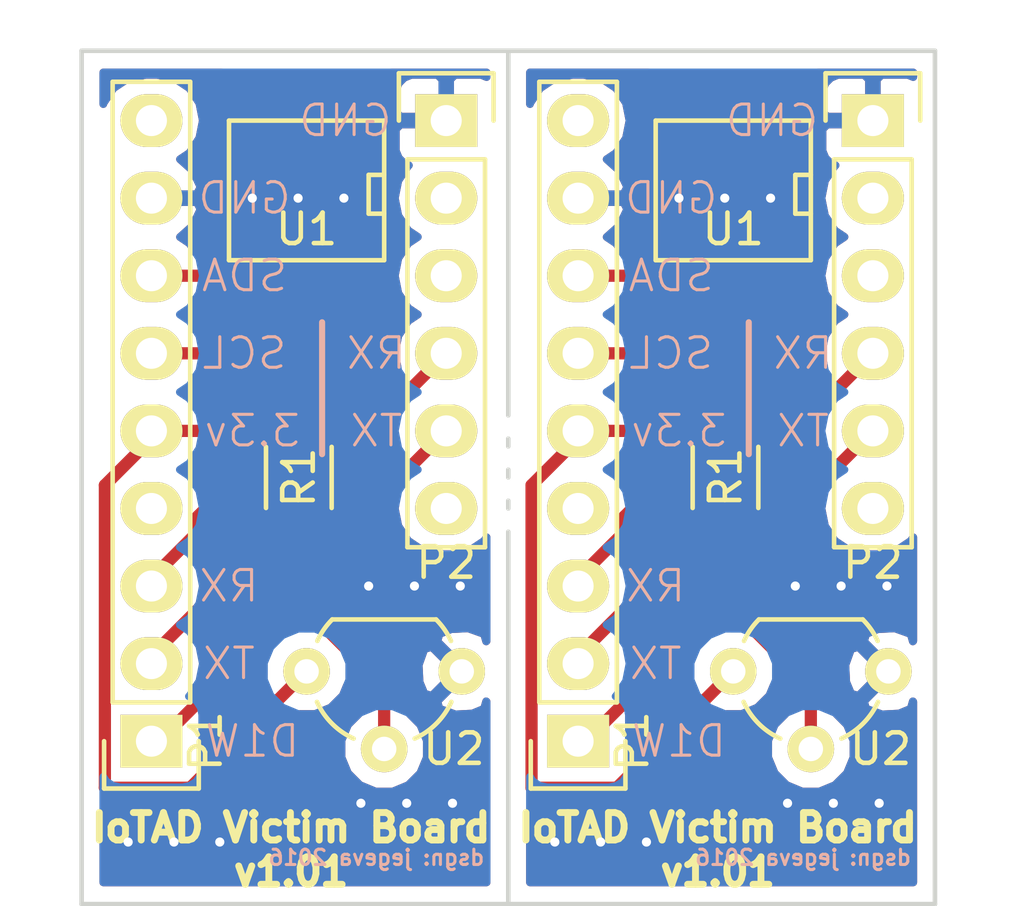
<source format=kicad_pcb>
(kicad_pcb (version 4) (host pcbnew 4.0.0~rc1a-stable)

  (general
    (links 44)
    (no_connects 12)
    (area 133.88519 99.661 168.32681 129.615001)
    (thickness 1.6)
    (drawings 35)
    (tracks 64)
    (zones 0)
    (modules 34)
    (nets 13)
  )

  (page A4)
  (layers
    (0 F.Cu signal)
    (31 B.Cu signal)
    (32 B.Adhes user)
    (33 F.Adhes user)
    (34 B.Paste user)
    (35 F.Paste user)
    (36 B.SilkS user)
    (37 F.SilkS user)
    (38 B.Mask user)
    (39 F.Mask user)
    (40 Dwgs.User user)
    (41 Cmts.User user)
    (42 Eco1.User user)
    (43 Eco2.User user)
    (44 Edge.Cuts user)
    (45 Margin user)
    (46 B.CrtYd user)
    (47 F.CrtYd user)
    (48 B.Fab user)
    (49 F.Fab user)
  )

  (setup
    (last_trace_width 0.4)
    (trace_clearance 0.2)
    (zone_clearance 0.508)
    (zone_45_only no)
    (trace_min 0.2)
    (segment_width 0.2)
    (edge_width 0.15)
    (via_size 0.6)
    (via_drill 0.4)
    (via_min_size 0.4)
    (via_min_drill 0.3)
    (uvia_size 0.3)
    (uvia_drill 0.1)
    (uvias_allowed no)
    (uvia_min_size 0.2)
    (uvia_min_drill 0.1)
    (pcb_text_width 0.3)
    (pcb_text_size 1.5 1.5)
    (mod_edge_width 0.15)
    (mod_text_size 1 1)
    (mod_text_width 0.15)
    (pad_size 1.524 1.524)
    (pad_drill 0.762)
    (pad_to_mask_clearance 0.2)
    (aux_axis_origin 0 0)
    (visible_elements FFFFFF7F)
    (pcbplotparams
      (layerselection 0x010f0_80000001)
      (usegerberextensions false)
      (usegerberattributes true)
      (excludeedgelayer false)
      (linewidth 0.100000)
      (plotframeref false)
      (viasonmask false)
      (mode 1)
      (useauxorigin false)
      (hpglpennumber 1)
      (hpglpenspeed 20)
      (hpglpendiameter 15)
      (hpglpenoverlay 2)
      (psnegative false)
      (psa4output false)
      (plotreference false)
      (plotvalue false)
      (plotinvisibletext false)
      (padsonsilk false)
      (subtractmaskfromsilk true)
      (outputformat 1)
      (mirror false)
      (drillshape 0)
      (scaleselection 1)
      (outputdirectory ""))
  )

  (net 0 "")
  (net 1 DATA)
  (net 2 TX)
  (net 3 RX)
  (net 4 "Net-(P1-Pad4)")
  (net 5 VCC)
  (net 6 SCL)
  (net 7 SDA)
  (net 8 "Net-(P1-Pad8)")
  (net 9 "Net-(P1-Pad9)")
  (net 10 "Net-(P2-Pad2)")
  (net 11 "Net-(P2-Pad3)")
  (net 12 "Net-(P2-Pad6)")

  (net_class Default "This is the default net class."
    (clearance 0.2)
    (trace_width 0.4)
    (via_dia 0.6)
    (via_drill 0.4)
    (uvia_dia 0.3)
    (uvia_drill 0.1)
    (add_net DATA)
    (add_net "Net-(P1-Pad4)")
    (add_net "Net-(P1-Pad8)")
    (add_net "Net-(P1-Pad9)")
    (add_net "Net-(P2-Pad2)")
    (add_net "Net-(P2-Pad3)")
    (add_net "Net-(P2-Pad6)")
    (add_net RX)
    (add_net SCL)
    (add_net SDA)
    (add_net TX)
    (add_net VCC)
  )

  (module via (layer F.Cu) (tedit 56B8F57B) (tstamp 56B8FB91)
    (at 161.774 126.238)
    (fp_text reference REF**11121 (at 0 0.5) (layer F.SilkS) hide
      (effects (font (size 1 1) (thickness 0.15)))
    )
    (fp_text value via (at 0 -0.5) (layer F.Fab) hide
      (effects (font (size 1 1) (thickness 0.15)))
    )
    (pad 1 thru_hole circle (at 0 0) (size 0.6 0.6) (drill 0.3) (layers *.Cu)
      (zone_connect 2))
  )

  (module via (layer F.Cu) (tedit 56B8F57B) (tstamp 56B8FB8D)
    (at 152.654 127.508)
    (fp_text reference REF**11111 (at 0 0.5) (layer F.SilkS) hide
      (effects (font (size 1 1) (thickness 0.15)))
    )
    (fp_text value via (at 0 -0.5) (layer F.Fab) hide
      (effects (font (size 1 1) (thickness 0.15)))
    )
    (pad 1 thru_hole circle (at 0 0) (size 0.6 0.6) (drill 0.3) (layers *.Cu)
      (zone_connect 2))
  )

  (module via (layer F.Cu) (tedit 56B8F57B) (tstamp 56B8FB89)
    (at 154.154 127.508)
    (fp_text reference REF**11121 (at 0 0.5) (layer F.SilkS) hide
      (effects (font (size 1 1) (thickness 0.15)))
    )
    (fp_text value via (at 0 -0.5) (layer F.Fab) hide
      (effects (font (size 1 1) (thickness 0.15)))
    )
    (pad 1 thru_hole circle (at 0 0) (size 0.6 0.6) (drill 0.3) (layers *.Cu)
      (zone_connect 2))
  )

  (module via (layer F.Cu) (tedit 56B8F57B) (tstamp 56B8FB85)
    (at 160.274 126.238)
    (fp_text reference REF**11111 (at 0 0.5) (layer F.SilkS) hide
      (effects (font (size 1 1) (thickness 0.15)))
    )
    (fp_text value via (at 0 -0.5) (layer F.Fab) hide
      (effects (font (size 1 1) (thickness 0.15)))
    )
    (pad 1 thru_hole circle (at 0 0) (size 0.6 0.6) (drill 0.3) (layers *.Cu)
      (zone_connect 2))
  )

  (module via (layer F.Cu) (tedit 56B8F57B) (tstamp 56B8FB81)
    (at 155.654 127.508)
    (fp_text reference REF**11131 (at 0 0.5) (layer F.SilkS) hide
      (effects (font (size 1 1) (thickness 0.15)))
    )
    (fp_text value via (at 0 -0.5) (layer F.Fab) hide
      (effects (font (size 1 1) (thickness 0.15)))
    )
    (pad 1 thru_hole circle (at 0 0) (size 0.6 0.6) (drill 0.3) (layers *.Cu)
      (zone_connect 2))
  )

  (module via (layer F.Cu) (tedit 56B8F57B) (tstamp 56B8FB7D)
    (at 160.528 119.126)
    (fp_text reference REF**11111 (at 0 0.5) (layer F.SilkS) hide
      (effects (font (size 1 1) (thickness 0.15)))
    )
    (fp_text value via (at 0 -0.5) (layer F.Fab) hide
      (effects (font (size 1 1) (thickness 0.15)))
    )
    (pad 1 thru_hole circle (at 0 0) (size 0.6 0.6) (drill 0.3) (layers *.Cu)
      (zone_connect 2))
  )

  (module via (layer F.Cu) (tedit 56B8F57B) (tstamp 56B8FB79)
    (at 163.528 119.126)
    (fp_text reference REF**11131 (at 0 0.5) (layer F.SilkS) hide
      (effects (font (size 1 1) (thickness 0.15)))
    )
    (fp_text value via (at 0 -0.5) (layer F.Fab) hide
      (effects (font (size 1 1) (thickness 0.15)))
    )
    (pad 1 thru_hole circle (at 0 0) (size 0.6 0.6) (drill 0.3) (layers *.Cu)
      (zone_connect 2))
  )

  (module via (layer F.Cu) (tedit 56B8F57B) (tstamp 56B8FB75)
    (at 163.274 126.238)
    (fp_text reference REF**11131 (at 0 0.5) (layer F.SilkS) hide
      (effects (font (size 1 1) (thickness 0.15)))
    )
    (fp_text value via (at 0 -0.5) (layer F.Fab) hide
      (effects (font (size 1 1) (thickness 0.15)))
    )
    (pad 1 thru_hole circle (at 0 0) (size 0.6 0.6) (drill 0.3) (layers *.Cu)
      (zone_connect 2))
  )

  (module via (layer F.Cu) (tedit 56B8F57B) (tstamp 56B8FB71)
    (at 162.028 119.126)
    (fp_text reference REF**11121 (at 0 0.5) (layer F.SilkS) hide
      (effects (font (size 1 1) (thickness 0.15)))
    )
    (fp_text value via (at 0 -0.5) (layer F.Fab) hide
      (effects (font (size 1 1) (thickness 0.15)))
    )
    (pad 1 thru_hole circle (at 0 0) (size 0.6 0.6) (drill 0.3) (layers *.Cu)
      (zone_connect 2))
  )

  (module TO_SOT_Packages_THT:TO-92_Molded_Wide (layer F.Cu) (tedit 56B8F062) (tstamp 56B8FB62)
    (at 163.576 121.92 180)
    (descr "TO-92 leads molded, wide, drill 0.8mm (see NXP sot054_po.pdf)")
    (tags "to-92 sc-43 sc-43a sot54 PA33 transistor")
    (path /56B77B21)
    (fp_text reference U2 (at 0.254 -2.54 360) (layer F.SilkS)
      (effects (font (size 1 1) (thickness 0.15)))
    )
    (fp_text value MAX31820 (at 2.794 -0.254 180) (layer F.Fab)
      (effects (font (size 1 1) (thickness 0.15)))
    )
    (fp_arc (start 2.54 0) (end 0.34 -1) (angle 41.11209044) (layer F.SilkS) (width 0.15))
    (fp_arc (start 2.54 0) (end 4.74 -1) (angle -41.11210221) (layer F.SilkS) (width 0.15))
    (fp_arc (start 2.54 0) (end 0.84 1.7) (angle 20.5) (layer F.SilkS) (width 0.15))
    (fp_arc (start 2.54 0) (end 4.24 1.7) (angle -20.5) (layer F.SilkS) (width 0.15))
    (fp_line (start -1 1.95) (end -1 -3.55) (layer F.CrtYd) (width 0.05))
    (fp_line (start -1 1.95) (end 6.1 1.95) (layer F.CrtYd) (width 0.05))
    (fp_line (start 0.84 1.7) (end 4.24 1.7) (layer F.SilkS) (width 0.15))
    (fp_line (start -1 -3.55) (end 6.1 -3.55) (layer F.CrtYd) (width 0.05))
    (fp_line (start 6.1 1.95) (end 6.1 -3.55) (layer F.CrtYd) (width 0.05))
    (pad 2 thru_hole circle (at 2.54 -2.54 270) (size 1.524 1.524) (drill 0.8) (layers *.Cu *.Mask F.SilkS)
      (net 1 DATA))
    (pad 3 thru_hole circle (at 5.08 0 270) (size 1.524 1.524) (drill 0.8) (layers *.Cu *.Mask F.SilkS)
      (net 5 VCC))
    (pad 1 thru_hole circle (at 0 0 270) (size 1.524 1.524) (drill 0.8) (layers *.Cu *.Mask F.SilkS)
      (net 8 "Net-(P1-Pad8)"))
    (model TO_SOT_Packages_THT.3dshapes/TO-92_Molded_Wide.wrl
      (at (xyz 0.1 0 0))
      (scale (xyz 1 1 1))
      (rotate (xyz 0 0 -90))
    )
  )

  (module SMD_Packages:SOIC-8-N (layer F.Cu) (tedit 0) (tstamp 56B8FB57)
    (at 158.496 106.172 180)
    (descr "Module Narrow CMS SOJ 8 pins large")
    (tags "CMS SOJ")
    (path /56B5F31C)
    (attr smd)
    (fp_text reference U1 (at 0 -1.27 180) (layer F.SilkS)
      (effects (font (size 1 1) (thickness 0.15)))
    )
    (fp_text value 24C16 (at 0 1.27 180) (layer F.Fab)
      (effects (font (size 1 1) (thickness 0.15)))
    )
    (fp_line (start -2.54 -2.286) (end 2.54 -2.286) (layer F.SilkS) (width 0.15))
    (fp_line (start 2.54 -2.286) (end 2.54 2.286) (layer F.SilkS) (width 0.15))
    (fp_line (start 2.54 2.286) (end -2.54 2.286) (layer F.SilkS) (width 0.15))
    (fp_line (start -2.54 2.286) (end -2.54 -2.286) (layer F.SilkS) (width 0.15))
    (fp_line (start -2.54 -0.762) (end -2.032 -0.762) (layer F.SilkS) (width 0.15))
    (fp_line (start -2.032 -0.762) (end -2.032 0.508) (layer F.SilkS) (width 0.15))
    (fp_line (start -2.032 0.508) (end -2.54 0.508) (layer F.SilkS) (width 0.15))
    (pad 8 smd rect (at -1.905 -3.175 180) (size 0.508 1.143) (layers F.Cu F.Paste F.Mask)
      (net 5 VCC))
    (pad 7 smd rect (at -0.635 -3.175 180) (size 0.508 1.143) (layers F.Cu F.Paste F.Mask)
      (net 8 "Net-(P1-Pad8)"))
    (pad 6 smd rect (at 0.635 -3.175 180) (size 0.508 1.143) (layers F.Cu F.Paste F.Mask)
      (net 6 SCL))
    (pad 5 smd rect (at 1.905 -3.175 180) (size 0.508 1.143) (layers F.Cu F.Paste F.Mask)
      (net 7 SDA))
    (pad 4 smd rect (at 1.905 3.175 180) (size 0.508 1.143) (layers F.Cu F.Paste F.Mask)
      (net 8 "Net-(P1-Pad8)"))
    (pad 3 smd rect (at 0.635 3.175 180) (size 0.508 1.143) (layers F.Cu F.Paste F.Mask)
      (net 8 "Net-(P1-Pad8)"))
    (pad 2 smd rect (at -0.635 3.175 180) (size 0.508 1.143) (layers F.Cu F.Paste F.Mask)
      (net 8 "Net-(P1-Pad8)"))
    (pad 1 smd rect (at -1.905 3.175 180) (size 0.508 1.143) (layers F.Cu F.Paste F.Mask)
      (net 8 "Net-(P1-Pad8)"))
    (model SMD_Packages.3dshapes/SOIC-8-N.wrl
      (at (xyz 0 0 0))
      (scale (xyz 0.5 0.38 0.5))
      (rotate (xyz 0 0 0))
    )
  )

  (module Pin_Headers:Pin_Header_Straight_1x06 (layer F.Cu) (tedit 56B8F44D) (tstamp 56B8FB43)
    (at 163.068 103.886)
    (descr "Through hole pin header")
    (tags "pin header")
    (path /56B77BCA)
    (fp_text reference P2 (at 0 14.478) (layer F.SilkS)
      (effects (font (size 1 1) (thickness 0.15)))
    )
    (fp_text value CONN_01X06 (at 0 -3.1) (layer F.Fab)
      (effects (font (size 1 1) (thickness 0.15)))
    )
    (fp_line (start -1.75 -1.75) (end -1.75 14.45) (layer F.CrtYd) (width 0.05))
    (fp_line (start 1.75 -1.75) (end 1.75 14.45) (layer F.CrtYd) (width 0.05))
    (fp_line (start -1.75 -1.75) (end 1.75 -1.75) (layer F.CrtYd) (width 0.05))
    (fp_line (start -1.75 14.45) (end 1.75 14.45) (layer F.CrtYd) (width 0.05))
    (fp_line (start 1.27 1.27) (end 1.27 13.97) (layer F.SilkS) (width 0.15))
    (fp_line (start 1.27 13.97) (end -1.27 13.97) (layer F.SilkS) (width 0.15))
    (fp_line (start -1.27 13.97) (end -1.27 1.27) (layer F.SilkS) (width 0.15))
    (fp_line (start 1.55 -1.55) (end 1.55 0) (layer F.SilkS) (width 0.15))
    (fp_line (start 1.27 1.27) (end -1.27 1.27) (layer F.SilkS) (width 0.15))
    (fp_line (start -1.55 0) (end -1.55 -1.55) (layer F.SilkS) (width 0.15))
    (fp_line (start -1.55 -1.55) (end 1.55 -1.55) (layer F.SilkS) (width 0.15))
    (pad 1 thru_hole rect (at 0 0) (size 2.032 1.7272) (drill 1.016) (layers *.Cu *.Mask F.SilkS)
      (net 8 "Net-(P1-Pad8)"))
    (pad 2 thru_hole oval (at 0 2.54) (size 2.032 1.7272) (drill 1.016) (layers *.Cu *.Mask F.SilkS)
      (net 10 "Net-(P2-Pad2)"))
    (pad 3 thru_hole oval (at 0 5.08) (size 2.032 1.7272) (drill 1.016) (layers *.Cu *.Mask F.SilkS)
      (net 11 "Net-(P2-Pad3)"))
    (pad 4 thru_hole oval (at 0 7.62) (size 2.032 1.7272) (drill 1.016) (layers *.Cu *.Mask F.SilkS)
      (net 3 RX))
    (pad 5 thru_hole oval (at 0 10.16) (size 2.032 1.7272) (drill 1.016) (layers *.Cu *.Mask F.SilkS)
      (net 2 TX))
    (pad 6 thru_hole oval (at 0 12.7) (size 2.032 1.7272) (drill 1.016) (layers *.Cu *.Mask F.SilkS)
      (net 12 "Net-(P2-Pad6)"))
    (model Pin_Headers.3dshapes/Pin_Header_Straight_1x06.wrl
      (at (xyz 0 -0.25 0))
      (scale (xyz 1 1 1))
      (rotate (xyz 0 0 90))
    )
  )

  (module via (layer F.Cu) (tedit 56B8F57B) (tstamp 56B8FB3F)
    (at 156.718 106.426)
    (fp_text reference REF**11111 (at 0 0.5) (layer F.SilkS) hide
      (effects (font (size 1 1) (thickness 0.15)))
    )
    (fp_text value via (at 0 -0.5) (layer F.Fab) hide
      (effects (font (size 1 1) (thickness 0.15)))
    )
    (pad 1 thru_hole circle (at 0 0) (size 0.6 0.6) (drill 0.3) (layers *.Cu)
      (zone_connect 2))
  )

  (module Pin_Headers:Pin_Header_Straight_1x09 (layer F.Cu) (tedit 56B8F088) (tstamp 56B8FB33)
    (at 153.416 124.206 180)
    (descr "Through hole pin header")
    (tags "pin header")
    (path /56B5F283)
    (fp_text reference P1 (at -1.778 0 270) (layer F.SilkS)
      (effects (font (size 1 1) (thickness 0.15)))
    )
    (fp_text value CONN_01X09 (at 0 -3.1 180) (layer F.Fab)
      (effects (font (size 1 1) (thickness 0.15)))
    )
    (fp_line (start -1.75 -1.75) (end -1.75 22.1) (layer F.CrtYd) (width 0.05))
    (fp_line (start 1.75 -1.75) (end 1.75 22.1) (layer F.CrtYd) (width 0.05))
    (fp_line (start -1.75 -1.75) (end 1.75 -1.75) (layer F.CrtYd) (width 0.05))
    (fp_line (start -1.75 22.1) (end 1.75 22.1) (layer F.CrtYd) (width 0.05))
    (fp_line (start 1.27 1.27) (end 1.27 21.59) (layer F.SilkS) (width 0.15))
    (fp_line (start 1.27 21.59) (end -1.27 21.59) (layer F.SilkS) (width 0.15))
    (fp_line (start -1.27 21.59) (end -1.27 1.27) (layer F.SilkS) (width 0.15))
    (fp_line (start 1.55 -1.55) (end 1.55 0) (layer F.SilkS) (width 0.15))
    (fp_line (start 1.27 1.27) (end -1.27 1.27) (layer F.SilkS) (width 0.15))
    (fp_line (start -1.55 0) (end -1.55 -1.55) (layer F.SilkS) (width 0.15))
    (fp_line (start -1.55 -1.55) (end 1.55 -1.55) (layer F.SilkS) (width 0.15))
    (pad 1 thru_hole rect (at 0 0 180) (size 2.032 1.7272) (drill 1.016) (layers *.Cu *.Mask F.SilkS)
      (net 1 DATA))
    (pad 2 thru_hole oval (at 0 2.54 180) (size 2.032 1.7272) (drill 1.016) (layers *.Cu *.Mask F.SilkS)
      (net 2 TX))
    (pad 3 thru_hole oval (at 0 5.08 180) (size 2.032 1.7272) (drill 1.016) (layers *.Cu *.Mask F.SilkS)
      (net 3 RX))
    (pad 4 thru_hole oval (at 0 7.62 180) (size 2.032 1.7272) (drill 1.016) (layers *.Cu *.Mask F.SilkS)
      (net 4 "Net-(P1-Pad4)"))
    (pad 5 thru_hole oval (at 0 10.16 180) (size 2.032 1.7272) (drill 1.016) (layers *.Cu *.Mask F.SilkS)
      (net 5 VCC))
    (pad 6 thru_hole oval (at 0 12.7 180) (size 2.032 1.7272) (drill 1.016) (layers *.Cu *.Mask F.SilkS)
      (net 6 SCL))
    (pad 7 thru_hole oval (at 0 15.24 180) (size 2.032 1.7272) (drill 1.016) (layers *.Cu *.Mask F.SilkS)
      (net 7 SDA))
    (pad 8 thru_hole oval (at 0 17.78 180) (size 2.032 1.7272) (drill 1.016) (layers *.Cu *.Mask F.SilkS)
      (net 8 "Net-(P1-Pad8)"))
    (pad 9 thru_hole oval (at 0 20.32 180) (size 2.032 1.7272) (drill 1.016) (layers *.Cu *.Mask F.SilkS)
      (net 9 "Net-(P1-Pad9)"))
    (model Pin_Headers.3dshapes/Pin_Header_Straight_1x09.wrl
      (at (xyz 0 -0.4 0))
      (scale (xyz 1 1 1))
      (rotate (xyz 0 0 90))
    )
  )

  (module via (layer F.Cu) (tedit 56B8F57B) (tstamp 56B8FB2F)
    (at 158.218 106.426)
    (fp_text reference REF**11121 (at 0 0.5) (layer F.SilkS) hide
      (effects (font (size 1 1) (thickness 0.15)))
    )
    (fp_text value via (at 0 -0.5) (layer F.Fab) hide
      (effects (font (size 1 1) (thickness 0.15)))
    )
    (pad 1 thru_hole circle (at 0 0) (size 0.6 0.6) (drill 0.3) (layers *.Cu)
      (zone_connect 2))
  )

  (module via (layer F.Cu) (tedit 56B8F57B) (tstamp 56B8FB2B)
    (at 159.718 106.426)
    (fp_text reference REF**11131 (at 0 0.5) (layer F.SilkS) hide
      (effects (font (size 1 1) (thickness 0.15)))
    )
    (fp_text value via (at 0 -0.5) (layer F.Fab) hide
      (effects (font (size 1 1) (thickness 0.15)))
    )
    (pad 1 thru_hole circle (at 0 0) (size 0.6 0.6) (drill 0.3) (layers *.Cu)
      (zone_connect 2))
  )

  (module Resistors_SMD:R_1206_HandSoldering (layer F.Cu) (tedit 56B8F05E) (tstamp 56B8FB26)
    (at 158.242 115.57 270)
    (descr "Resistor SMD 1206, hand soldering")
    (tags "resistor 1206")
    (path /56B77C45)
    (attr smd)
    (fp_text reference R1 (at 0 0 270) (layer F.SilkS)
      (effects (font (size 1 1) (thickness 0.15)))
    )
    (fp_text value 4.8k (at 0 2.3 270) (layer F.Fab)
      (effects (font (size 1 1) (thickness 0.15)))
    )
    (fp_line (start -3.3 -1.2) (end 3.3 -1.2) (layer F.CrtYd) (width 0.05))
    (fp_line (start -3.3 1.2) (end 3.3 1.2) (layer F.CrtYd) (width 0.05))
    (fp_line (start -3.3 -1.2) (end -3.3 1.2) (layer F.CrtYd) (width 0.05))
    (fp_line (start 3.3 -1.2) (end 3.3 1.2) (layer F.CrtYd) (width 0.05))
    (fp_line (start 1 1.075) (end -1 1.075) (layer F.SilkS) (width 0.15))
    (fp_line (start -1 -1.075) (end 1 -1.075) (layer F.SilkS) (width 0.15))
    (pad 1 smd rect (at -2 0 270) (size 2 1.7) (layers F.Cu F.Paste F.Mask)
      (net 5 VCC))
    (pad 2 smd rect (at 2 0 270) (size 2 1.7) (layers F.Cu F.Paste F.Mask)
      (net 1 DATA))
    (model Resistors_SMD.3dshapes/R_1206_HandSoldering.wrl
      (at (xyz 0 0 0))
      (scale (xyz 1 1 1))
      (rotate (xyz 0 0 0))
    )
  )

  (module via (layer F.Cu) (tedit 56B8F57B) (tstamp 56B8F6B9)
    (at 147.804 126.238)
    (fp_text reference REF**11121 (at 0 0.5) (layer F.SilkS) hide
      (effects (font (size 1 1) (thickness 0.15)))
    )
    (fp_text value via (at 0 -0.5) (layer F.Fab) hide
      (effects (font (size 1 1) (thickness 0.15)))
    )
    (pad 1 thru_hole circle (at 0 0) (size 0.6 0.6) (drill 0.3) (layers *.Cu)
      (zone_connect 2))
  )

  (module via (layer F.Cu) (tedit 56B8F57B) (tstamp 56B8F6B5)
    (at 146.304 126.238)
    (fp_text reference REF**11111 (at 0 0.5) (layer F.SilkS) hide
      (effects (font (size 1 1) (thickness 0.15)))
    )
    (fp_text value via (at 0 -0.5) (layer F.Fab) hide
      (effects (font (size 1 1) (thickness 0.15)))
    )
    (pad 1 thru_hole circle (at 0 0) (size 0.6 0.6) (drill 0.3) (layers *.Cu)
      (zone_connect 2))
  )

  (module via (layer F.Cu) (tedit 56B8F57B) (tstamp 56B8F6B1)
    (at 149.304 126.238)
    (fp_text reference REF**11131 (at 0 0.5) (layer F.SilkS) hide
      (effects (font (size 1 1) (thickness 0.15)))
    )
    (fp_text value via (at 0 -0.5) (layer F.Fab) hide
      (effects (font (size 1 1) (thickness 0.15)))
    )
    (pad 1 thru_hole circle (at 0 0) (size 0.6 0.6) (drill 0.3) (layers *.Cu)
      (zone_connect 2))
  )

  (module via (layer F.Cu) (tedit 56B8F57B) (tstamp 56B8F68C)
    (at 140.184 127.508)
    (fp_text reference REF**11121 (at 0 0.5) (layer F.SilkS) hide
      (effects (font (size 1 1) (thickness 0.15)))
    )
    (fp_text value via (at 0 -0.5) (layer F.Fab) hide
      (effects (font (size 1 1) (thickness 0.15)))
    )
    (pad 1 thru_hole circle (at 0 0) (size 0.6 0.6) (drill 0.3) (layers *.Cu)
      (zone_connect 2))
  )

  (module via (layer F.Cu) (tedit 56B8F57B) (tstamp 56B8F688)
    (at 141.684 127.508)
    (fp_text reference REF**11131 (at 0 0.5) (layer F.SilkS) hide
      (effects (font (size 1 1) (thickness 0.15)))
    )
    (fp_text value via (at 0 -0.5) (layer F.Fab) hide
      (effects (font (size 1 1) (thickness 0.15)))
    )
    (pad 1 thru_hole circle (at 0 0) (size 0.6 0.6) (drill 0.3) (layers *.Cu)
      (zone_connect 2))
  )

  (module via (layer F.Cu) (tedit 56B8F57B) (tstamp 56B8F684)
    (at 138.684 127.508)
    (fp_text reference REF**11111 (at 0 0.5) (layer F.SilkS) hide
      (effects (font (size 1 1) (thickness 0.15)))
    )
    (fp_text value via (at 0 -0.5) (layer F.Fab) hide
      (effects (font (size 1 1) (thickness 0.15)))
    )
    (pad 1 thru_hole circle (at 0 0) (size 0.6 0.6) (drill 0.3) (layers *.Cu)
      (zone_connect 2))
  )

  (module via (layer F.Cu) (tedit 56B8F57B) (tstamp 56B8F641)
    (at 146.558 119.126)
    (fp_text reference REF**11111 (at 0 0.5) (layer F.SilkS) hide
      (effects (font (size 1 1) (thickness 0.15)))
    )
    (fp_text value via (at 0 -0.5) (layer F.Fab) hide
      (effects (font (size 1 1) (thickness 0.15)))
    )
    (pad 1 thru_hole circle (at 0 0) (size 0.6 0.6) (drill 0.3) (layers *.Cu)
      (zone_connect 2))
  )

  (module via (layer F.Cu) (tedit 56B8F57B) (tstamp 56B8F63D)
    (at 149.558 119.126)
    (fp_text reference REF**11131 (at 0 0.5) (layer F.SilkS) hide
      (effects (font (size 1 1) (thickness 0.15)))
    )
    (fp_text value via (at 0 -0.5) (layer F.Fab) hide
      (effects (font (size 1 1) (thickness 0.15)))
    )
    (pad 1 thru_hole circle (at 0 0) (size 0.6 0.6) (drill 0.3) (layers *.Cu)
      (zone_connect 2))
  )

  (module via (layer F.Cu) (tedit 56B8F57B) (tstamp 56B8F639)
    (at 148.058 119.126)
    (fp_text reference REF**11121 (at 0 0.5) (layer F.SilkS) hide
      (effects (font (size 1 1) (thickness 0.15)))
    )
    (fp_text value via (at 0 -0.5) (layer F.Fab) hide
      (effects (font (size 1 1) (thickness 0.15)))
    )
    (pad 1 thru_hole circle (at 0 0) (size 0.6 0.6) (drill 0.3) (layers *.Cu)
      (zone_connect 2))
  )

  (module via (layer F.Cu) (tedit 56B8F57B) (tstamp 56B8F633)
    (at 145.748 106.426)
    (fp_text reference REF**11131 (at 0 0.5) (layer F.SilkS) hide
      (effects (font (size 1 1) (thickness 0.15)))
    )
    (fp_text value via (at 0 -0.5) (layer F.Fab) hide
      (effects (font (size 1 1) (thickness 0.15)))
    )
    (pad 1 thru_hole circle (at 0 0) (size 0.6 0.6) (drill 0.3) (layers *.Cu)
      (zone_connect 2))
  )

  (module via (layer F.Cu) (tedit 56B8F57B) (tstamp 56B8F62F)
    (at 144.248 106.426)
    (fp_text reference REF**11121 (at 0 0.5) (layer F.SilkS) hide
      (effects (font (size 1 1) (thickness 0.15)))
    )
    (fp_text value via (at 0 -0.5) (layer F.Fab) hide
      (effects (font (size 1 1) (thickness 0.15)))
    )
    (pad 1 thru_hole circle (at 0 0) (size 0.6 0.6) (drill 0.3) (layers *.Cu)
      (zone_connect 2))
  )

  (module via (layer F.Cu) (tedit 56B8F57B) (tstamp 56B8F595)
    (at 142.748 106.426)
    (fp_text reference REF**11111 (at 0 0.5) (layer F.SilkS) hide
      (effects (font (size 1 1) (thickness 0.15)))
    )
    (fp_text value via (at 0 -0.5) (layer F.Fab) hide
      (effects (font (size 1 1) (thickness 0.15)))
    )
    (pad 1 thru_hole circle (at 0 0) (size 0.6 0.6) (drill 0.3) (layers *.Cu)
      (zone_connect 2))
  )

  (module Pin_Headers:Pin_Header_Straight_1x09 (layer F.Cu) (tedit 56B8F088) (tstamp 56B83CC4)
    (at 139.446 124.206 180)
    (descr "Through hole pin header")
    (tags "pin header")
    (path /56B5F283)
    (fp_text reference P1 (at -1.778 0 270) (layer F.SilkS)
      (effects (font (size 1 1) (thickness 0.15)))
    )
    (fp_text value CONN_01X09 (at 0 -3.1 180) (layer F.Fab)
      (effects (font (size 1 1) (thickness 0.15)))
    )
    (fp_line (start -1.75 -1.75) (end -1.75 22.1) (layer F.CrtYd) (width 0.05))
    (fp_line (start 1.75 -1.75) (end 1.75 22.1) (layer F.CrtYd) (width 0.05))
    (fp_line (start -1.75 -1.75) (end 1.75 -1.75) (layer F.CrtYd) (width 0.05))
    (fp_line (start -1.75 22.1) (end 1.75 22.1) (layer F.CrtYd) (width 0.05))
    (fp_line (start 1.27 1.27) (end 1.27 21.59) (layer F.SilkS) (width 0.15))
    (fp_line (start 1.27 21.59) (end -1.27 21.59) (layer F.SilkS) (width 0.15))
    (fp_line (start -1.27 21.59) (end -1.27 1.27) (layer F.SilkS) (width 0.15))
    (fp_line (start 1.55 -1.55) (end 1.55 0) (layer F.SilkS) (width 0.15))
    (fp_line (start 1.27 1.27) (end -1.27 1.27) (layer F.SilkS) (width 0.15))
    (fp_line (start -1.55 0) (end -1.55 -1.55) (layer F.SilkS) (width 0.15))
    (fp_line (start -1.55 -1.55) (end 1.55 -1.55) (layer F.SilkS) (width 0.15))
    (pad 1 thru_hole rect (at 0 0 180) (size 2.032 1.7272) (drill 1.016) (layers *.Cu *.Mask F.SilkS)
      (net 1 DATA))
    (pad 2 thru_hole oval (at 0 2.54 180) (size 2.032 1.7272) (drill 1.016) (layers *.Cu *.Mask F.SilkS)
      (net 2 TX))
    (pad 3 thru_hole oval (at 0 5.08 180) (size 2.032 1.7272) (drill 1.016) (layers *.Cu *.Mask F.SilkS)
      (net 3 RX))
    (pad 4 thru_hole oval (at 0 7.62 180) (size 2.032 1.7272) (drill 1.016) (layers *.Cu *.Mask F.SilkS)
      (net 4 "Net-(P1-Pad4)"))
    (pad 5 thru_hole oval (at 0 10.16 180) (size 2.032 1.7272) (drill 1.016) (layers *.Cu *.Mask F.SilkS)
      (net 5 VCC))
    (pad 6 thru_hole oval (at 0 12.7 180) (size 2.032 1.7272) (drill 1.016) (layers *.Cu *.Mask F.SilkS)
      (net 6 SCL))
    (pad 7 thru_hole oval (at 0 15.24 180) (size 2.032 1.7272) (drill 1.016) (layers *.Cu *.Mask F.SilkS)
      (net 7 SDA))
    (pad 8 thru_hole oval (at 0 17.78 180) (size 2.032 1.7272) (drill 1.016) (layers *.Cu *.Mask F.SilkS)
      (net 8 "Net-(P1-Pad8)"))
    (pad 9 thru_hole oval (at 0 20.32 180) (size 2.032 1.7272) (drill 1.016) (layers *.Cu *.Mask F.SilkS)
      (net 9 "Net-(P1-Pad9)"))
    (model Pin_Headers.3dshapes/Pin_Header_Straight_1x09.wrl
      (at (xyz 0 -0.4 0))
      (scale (xyz 1 1 1))
      (rotate (xyz 0 0 90))
    )
  )

  (module Pin_Headers:Pin_Header_Straight_1x06 (layer F.Cu) (tedit 56B8F44D) (tstamp 56B83CCE)
    (at 149.098 103.886)
    (descr "Through hole pin header")
    (tags "pin header")
    (path /56B77BCA)
    (fp_text reference P2 (at 0 14.478) (layer F.SilkS)
      (effects (font (size 1 1) (thickness 0.15)))
    )
    (fp_text value CONN_01X06 (at 0 -3.1) (layer F.Fab)
      (effects (font (size 1 1) (thickness 0.15)))
    )
    (fp_line (start -1.75 -1.75) (end -1.75 14.45) (layer F.CrtYd) (width 0.05))
    (fp_line (start 1.75 -1.75) (end 1.75 14.45) (layer F.CrtYd) (width 0.05))
    (fp_line (start -1.75 -1.75) (end 1.75 -1.75) (layer F.CrtYd) (width 0.05))
    (fp_line (start -1.75 14.45) (end 1.75 14.45) (layer F.CrtYd) (width 0.05))
    (fp_line (start 1.27 1.27) (end 1.27 13.97) (layer F.SilkS) (width 0.15))
    (fp_line (start 1.27 13.97) (end -1.27 13.97) (layer F.SilkS) (width 0.15))
    (fp_line (start -1.27 13.97) (end -1.27 1.27) (layer F.SilkS) (width 0.15))
    (fp_line (start 1.55 -1.55) (end 1.55 0) (layer F.SilkS) (width 0.15))
    (fp_line (start 1.27 1.27) (end -1.27 1.27) (layer F.SilkS) (width 0.15))
    (fp_line (start -1.55 0) (end -1.55 -1.55) (layer F.SilkS) (width 0.15))
    (fp_line (start -1.55 -1.55) (end 1.55 -1.55) (layer F.SilkS) (width 0.15))
    (pad 1 thru_hole rect (at 0 0) (size 2.032 1.7272) (drill 1.016) (layers *.Cu *.Mask F.SilkS)
      (net 8 "Net-(P1-Pad8)"))
    (pad 2 thru_hole oval (at 0 2.54) (size 2.032 1.7272) (drill 1.016) (layers *.Cu *.Mask F.SilkS)
      (net 10 "Net-(P2-Pad2)"))
    (pad 3 thru_hole oval (at 0 5.08) (size 2.032 1.7272) (drill 1.016) (layers *.Cu *.Mask F.SilkS)
      (net 11 "Net-(P2-Pad3)"))
    (pad 4 thru_hole oval (at 0 7.62) (size 2.032 1.7272) (drill 1.016) (layers *.Cu *.Mask F.SilkS)
      (net 3 RX))
    (pad 5 thru_hole oval (at 0 10.16) (size 2.032 1.7272) (drill 1.016) (layers *.Cu *.Mask F.SilkS)
      (net 2 TX))
    (pad 6 thru_hole oval (at 0 12.7) (size 2.032 1.7272) (drill 1.016) (layers *.Cu *.Mask F.SilkS)
      (net 12 "Net-(P2-Pad6)"))
    (model Pin_Headers.3dshapes/Pin_Header_Straight_1x06.wrl
      (at (xyz 0 -0.25 0))
      (scale (xyz 1 1 1))
      (rotate (xyz 0 0 90))
    )
  )

  (module Resistors_SMD:R_1206_HandSoldering (layer F.Cu) (tedit 56B8F05E) (tstamp 56B83CD4)
    (at 144.272 115.57 270)
    (descr "Resistor SMD 1206, hand soldering")
    (tags "resistor 1206")
    (path /56B77C45)
    (attr smd)
    (fp_text reference R1 (at 0 0 270) (layer F.SilkS)
      (effects (font (size 1 1) (thickness 0.15)))
    )
    (fp_text value 4.8k (at 0 2.3 270) (layer F.Fab)
      (effects (font (size 1 1) (thickness 0.15)))
    )
    (fp_line (start -3.3 -1.2) (end 3.3 -1.2) (layer F.CrtYd) (width 0.05))
    (fp_line (start -3.3 1.2) (end 3.3 1.2) (layer F.CrtYd) (width 0.05))
    (fp_line (start -3.3 -1.2) (end -3.3 1.2) (layer F.CrtYd) (width 0.05))
    (fp_line (start 3.3 -1.2) (end 3.3 1.2) (layer F.CrtYd) (width 0.05))
    (fp_line (start 1 1.075) (end -1 1.075) (layer F.SilkS) (width 0.15))
    (fp_line (start -1 -1.075) (end 1 -1.075) (layer F.SilkS) (width 0.15))
    (pad 1 smd rect (at -2 0 270) (size 2 1.7) (layers F.Cu F.Paste F.Mask)
      (net 5 VCC))
    (pad 2 smd rect (at 2 0 270) (size 2 1.7) (layers F.Cu F.Paste F.Mask)
      (net 1 DATA))
    (model Resistors_SMD.3dshapes/R_1206_HandSoldering.wrl
      (at (xyz 0 0 0))
      (scale (xyz 1 1 1))
      (rotate (xyz 0 0 0))
    )
  )

  (module SMD_Packages:SOIC-8-N (layer F.Cu) (tedit 0) (tstamp 56B83CE0)
    (at 144.526 106.172 180)
    (descr "Module Narrow CMS SOJ 8 pins large")
    (tags "CMS SOJ")
    (path /56B5F31C)
    (attr smd)
    (fp_text reference U1 (at 0 -1.27 180) (layer F.SilkS)
      (effects (font (size 1 1) (thickness 0.15)))
    )
    (fp_text value 24C16 (at 0 1.27 180) (layer F.Fab)
      (effects (font (size 1 1) (thickness 0.15)))
    )
    (fp_line (start -2.54 -2.286) (end 2.54 -2.286) (layer F.SilkS) (width 0.15))
    (fp_line (start 2.54 -2.286) (end 2.54 2.286) (layer F.SilkS) (width 0.15))
    (fp_line (start 2.54 2.286) (end -2.54 2.286) (layer F.SilkS) (width 0.15))
    (fp_line (start -2.54 2.286) (end -2.54 -2.286) (layer F.SilkS) (width 0.15))
    (fp_line (start -2.54 -0.762) (end -2.032 -0.762) (layer F.SilkS) (width 0.15))
    (fp_line (start -2.032 -0.762) (end -2.032 0.508) (layer F.SilkS) (width 0.15))
    (fp_line (start -2.032 0.508) (end -2.54 0.508) (layer F.SilkS) (width 0.15))
    (pad 8 smd rect (at -1.905 -3.175 180) (size 0.508 1.143) (layers F.Cu F.Paste F.Mask)
      (net 5 VCC))
    (pad 7 smd rect (at -0.635 -3.175 180) (size 0.508 1.143) (layers F.Cu F.Paste F.Mask)
      (net 8 "Net-(P1-Pad8)"))
    (pad 6 smd rect (at 0.635 -3.175 180) (size 0.508 1.143) (layers F.Cu F.Paste F.Mask)
      (net 6 SCL))
    (pad 5 smd rect (at 1.905 -3.175 180) (size 0.508 1.143) (layers F.Cu F.Paste F.Mask)
      (net 7 SDA))
    (pad 4 smd rect (at 1.905 3.175 180) (size 0.508 1.143) (layers F.Cu F.Paste F.Mask)
      (net 8 "Net-(P1-Pad8)"))
    (pad 3 smd rect (at 0.635 3.175 180) (size 0.508 1.143) (layers F.Cu F.Paste F.Mask)
      (net 8 "Net-(P1-Pad8)"))
    (pad 2 smd rect (at -0.635 3.175 180) (size 0.508 1.143) (layers F.Cu F.Paste F.Mask)
      (net 8 "Net-(P1-Pad8)"))
    (pad 1 smd rect (at -1.905 3.175 180) (size 0.508 1.143) (layers F.Cu F.Paste F.Mask)
      (net 8 "Net-(P1-Pad8)"))
    (model SMD_Packages.3dshapes/SOIC-8-N.wrl
      (at (xyz 0 0 0))
      (scale (xyz 0.5 0.38 0.5))
      (rotate (xyz 0 0 0))
    )
  )

  (module TO_SOT_Packages_THT:TO-92_Molded_Wide (layer F.Cu) (tedit 56B8F062) (tstamp 56B83CE7)
    (at 149.606 121.92 180)
    (descr "TO-92 leads molded, wide, drill 0.8mm (see NXP sot054_po.pdf)")
    (tags "to-92 sc-43 sc-43a sot54 PA33 transistor")
    (path /56B77B21)
    (fp_text reference U2 (at 0.254 -2.54 360) (layer F.SilkS)
      (effects (font (size 1 1) (thickness 0.15)))
    )
    (fp_text value MAX31820 (at 2.794 -0.254 180) (layer F.Fab)
      (effects (font (size 1 1) (thickness 0.15)))
    )
    (fp_arc (start 2.54 0) (end 0.34 -1) (angle 41.11209044) (layer F.SilkS) (width 0.15))
    (fp_arc (start 2.54 0) (end 4.74 -1) (angle -41.11210221) (layer F.SilkS) (width 0.15))
    (fp_arc (start 2.54 0) (end 0.84 1.7) (angle 20.5) (layer F.SilkS) (width 0.15))
    (fp_arc (start 2.54 0) (end 4.24 1.7) (angle -20.5) (layer F.SilkS) (width 0.15))
    (fp_line (start -1 1.95) (end -1 -3.55) (layer F.CrtYd) (width 0.05))
    (fp_line (start -1 1.95) (end 6.1 1.95) (layer F.CrtYd) (width 0.05))
    (fp_line (start 0.84 1.7) (end 4.24 1.7) (layer F.SilkS) (width 0.15))
    (fp_line (start -1 -3.55) (end 6.1 -3.55) (layer F.CrtYd) (width 0.05))
    (fp_line (start 6.1 1.95) (end 6.1 -3.55) (layer F.CrtYd) (width 0.05))
    (pad 2 thru_hole circle (at 2.54 -2.54 270) (size 1.524 1.524) (drill 0.8) (layers *.Cu *.Mask F.SilkS)
      (net 1 DATA))
    (pad 3 thru_hole circle (at 5.08 0 270) (size 1.524 1.524) (drill 0.8) (layers *.Cu *.Mask F.SilkS)
      (net 5 VCC))
    (pad 1 thru_hole circle (at 0 0 270) (size 1.524 1.524) (drill 0.8) (layers *.Cu *.Mask F.SilkS)
      (net 8 "Net-(P1-Pad8)"))
    (model TO_SOT_Packages_THT.3dshapes/TO-92_Molded_Wide.wrl
      (at (xyz 0.1 0 0))
      (scale (xyz 1 1 1))
      (rotate (xyz 0 0 -90))
    )
  )

  (gr_text "IoTAD Victim Board\nv1.01" (at 157.988 127.762) (layer F.SilkS) (tstamp 56B8FB25)
    (effects (font (size 0.9 0.9) (thickness 0.225)))
  )
  (gr_text "TX\n" (at 155.956 121.666) (layer B.SilkS) (tstamp 56B8FB02)
    (effects (font (size 1 1) (thickness 0.1)) (justify mirror))
  )
  (gr_text RX (at 155.956 119.126) (layer B.SilkS) (tstamp 56B8FB01)
    (effects (font (size 1 1) (thickness 0.1)) (justify mirror))
  )
  (gr_text D1W (at 156.718 124.206) (layer B.SilkS) (tstamp 56B8FB00)
    (effects (font (size 1 1) (thickness 0.1)) (justify mirror))
  )
  (gr_text "dsgn: jegeva 2016" (at 160.782 128.016) (layer B.SilkS) (tstamp 56B8FAFF)
    (effects (font (size 0.5 0.5) (thickness 0.1)) (justify mirror))
  )
  (gr_text SDA (at 156.464 108.966) (layer B.SilkS) (tstamp 56B8FAFE)
    (effects (font (size 1 1) (thickness 0.1)) (justify mirror))
  )
  (gr_text GND (at 159.766 103.886) (layer B.SilkS) (tstamp 56B8FAFD)
    (effects (font (size 1 1) (thickness 0.1)) (justify mirror))
  )
  (gr_line (start 159.004 110.49) (end 159.004 114.808) (angle 90) (layer B.SilkS) (width 0.2) (tstamp 56B8FAFC))
  (gr_text SCL (at 156.464 111.506) (layer B.SilkS) (tstamp 56B8FAFB)
    (effects (font (size 1 1) (thickness 0.1)) (justify mirror))
  )
  (gr_text GND (at 156.464 106.426) (layer B.SilkS) (tstamp 56B8FAFA)
    (effects (font (size 1 1) (thickness 0.1)) (justify mirror))
  )
  (gr_text 3.3v (at 156.718 114.046) (layer B.SilkS) (tstamp 56B8FAF9)
    (effects (font (size 1 1) (thickness 0.1)) (justify mirror))
  )
  (gr_text RX (at 160.782 111.506) (layer B.SilkS) (tstamp 56B8FAF8)
    (effects (font (size 1 1) (thickness 0.1)) (justify mirror))
  )
  (gr_text "TX\n" (at 160.782 114.046) (layer B.SilkS) (tstamp 56B8FAF7)
    (effects (font (size 1 1) (thickness 0.1)) (justify mirror))
  )
  (gr_text "dsgn: jegeva 2016" (at 146.812 128.016) (layer B.SilkS)
    (effects (font (size 0.5 0.5) (thickness 0.1)) (justify mirror))
  )
  (gr_line (start 145.034 110.49) (end 145.034 114.808) (angle 90) (layer B.SilkS) (width 0.2))
  (gr_text "TX\n" (at 146.812 114.046) (layer B.SilkS)
    (effects (font (size 1 1) (thickness 0.1)) (justify mirror))
  )
  (gr_text RX (at 146.812 111.506) (layer B.SilkS)
    (effects (font (size 1 1) (thickness 0.1)) (justify mirror))
  )
  (gr_text GND (at 145.796 103.886) (layer B.SilkS)
    (effects (font (size 1 1) (thickness 0.1)) (justify mirror))
  )
  (gr_text D1W (at 142.748 124.206) (layer B.SilkS)
    (effects (font (size 1 1) (thickness 0.1)) (justify mirror))
  )
  (gr_text "TX\n" (at 141.986 121.666) (layer B.SilkS)
    (effects (font (size 1 1) (thickness 0.1)) (justify mirror))
  )
  (gr_text RX (at 141.986 119.126) (layer B.SilkS)
    (effects (font (size 1 1) (thickness 0.1)) (justify mirror))
  )
  (gr_text 3.3v (at 142.748 114.046) (layer B.SilkS)
    (effects (font (size 1 1) (thickness 0.1)) (justify mirror))
  )
  (gr_text GND (at 142.494 106.426) (layer B.SilkS)
    (effects (font (size 1 1) (thickness 0.1)) (justify mirror))
  )
  (gr_text SCL (at 142.494 111.506) (layer B.SilkS)
    (effects (font (size 1 1) (thickness 0.1)) (justify mirror))
  )
  (gr_text SDA (at 142.494 108.966) (layer B.SilkS)
    (effects (font (size 1 1) (thickness 0.1)) (justify mirror))
  )
  (gr_text "IoTAD Victim Board\nv1.01" (at 144.018 127.762) (layer F.SilkS)
    (effects (font (size 0.9 0.9) (thickness 0.225)))
  )
  (gr_line (start 151.13 116.332) (end 151.13 116.586) (angle 90) (layer Edge.Cuts) (width 0.15))
  (gr_line (start 151.13 115.316) (end 151.13 115.57) (angle 90) (layer Edge.Cuts) (width 0.15))
  (gr_line (start 151.13 114.3) (end 151.13 114.554) (angle 90) (layer Edge.Cuts) (width 0.15))
  (gr_line (start 151.13 113.538) (end 151.13 101.6) (layer Edge.Cuts) (width 0.15))
  (gr_line (start 151.13 129.54) (end 151.13 117.348) (layer Edge.Cuts) (width 0.15))
  (gr_line (start 165.1 101.6) (end 165.1 129.54) (layer Edge.Cuts) (width 0.15))
  (gr_line (start 137.16 129.54) (end 165.1 129.54) (layer Edge.Cuts) (width 0.15))
  (gr_line (start 137.16 101.6) (end 137.16 129.54) (layer Edge.Cuts) (width 0.15))
  (gr_line (start 137.16 101.6) (end 165.1 101.6) (layer Edge.Cuts) (width 0.15))

  (segment (start 161.036 122.428) (end 158.242 119.634) (width 0.4) (layer F.Cu) (net 1) (tstamp 56B8FB1F))
  (segment (start 158.242 119.634) (end 158.242 117.57) (width 0.4) (layer F.Cu) (net 1) (tstamp 56B8FB0B))
  (segment (start 153.67 124.206) (end 158.242 119.634) (width 0.4) (layer F.Cu) (net 1) (tstamp 56B8FB0A))
  (segment (start 153.416 124.206) (end 153.67 124.206) (width 0.4) (layer F.Cu) (net 1) (tstamp 56B8FB09))
  (segment (start 161.036 124.46) (end 161.036 122.428) (width 0.4) (layer F.Cu) (net 1) (tstamp 56B8FB07))
  (segment (start 147.066 124.46) (end 147.066 122.428) (width 0.4) (layer F.Cu) (net 1))
  (segment (start 147.066 122.428) (end 144.272 119.634) (width 0.4) (layer F.Cu) (net 1) (tstamp 56B8F125))
  (segment (start 139.446 124.206) (end 139.7 124.206) (width 0.4) (layer F.Cu) (net 1))
  (segment (start 139.7 124.206) (end 144.272 119.634) (width 0.4) (layer F.Cu) (net 1) (tstamp 56B8EFDF))
  (segment (start 144.272 119.634) (end 144.272 117.57) (width 0.4) (layer F.Cu) (net 1) (tstamp 56B8EFE7))
  (segment (start 161.451998 115.662002) (end 163.068 114.046) (width 0.4) (layer F.Cu) (net 2) (tstamp 56B8FB1E))
  (segment (start 157.133998 115.662002) (end 161.451998 115.662002) (width 0.4) (layer F.Cu) (net 2) (tstamp 56B8FB1D))
  (segment (start 155.540002 117.255998) (end 157.133998 115.662002) (width 0.4) (layer F.Cu) (net 2) (tstamp 56B8FB1A))
  (segment (start 155.540002 119.287998) (end 155.540002 117.255998) (width 0.4) (layer F.Cu) (net 2) (tstamp 56B8FB13))
  (segment (start 153.416 121.412) (end 155.540002 119.287998) (width 0.4) (layer F.Cu) (net 2) (tstamp 56B8FB0D))
  (segment (start 153.416 121.666) (end 153.416 121.412) (width 0.4) (layer F.Cu) (net 2) (tstamp 56B8FB0C))
  (segment (start 139.446 121.666) (end 139.446 121.412) (width 0.4) (layer F.Cu) (net 2))
  (segment (start 139.446 121.412) (end 141.570002 119.287998) (width 0.4) (layer F.Cu) (net 2) (tstamp 56B8EFC3))
  (segment (start 141.570002 119.287998) (end 141.570002 117.255998) (width 0.4) (layer F.Cu) (net 2) (tstamp 56B8EFC8))
  (segment (start 141.570002 117.255998) (end 143.163998 115.662002) (width 0.4) (layer F.Cu) (net 2) (tstamp 56B8EFCE))
  (segment (start 143.163998 115.662002) (end 147.481998 115.662002) (width 0.4) (layer F.Cu) (net 2) (tstamp 56B8EFD2))
  (segment (start 147.481998 115.662002) (end 149.098 114.046) (width 0.4) (layer F.Cu) (net 2) (tstamp 56B8EFD8))
  (segment (start 159.512 115.062) (end 163.068 111.506) (width 0.4) (layer F.Cu) (net 3) (tstamp 56B8FB1C))
  (segment (start 154.94 116.84) (end 156.718 115.062) (width 0.4) (layer F.Cu) (net 3) (tstamp 56B8FB18))
  (segment (start 153.416 118.872) (end 154.94 117.348) (width 0.4) (layer F.Cu) (net 3) (tstamp 56B8FB14))
  (segment (start 156.718 115.062) (end 159.512 115.062) (width 0.4) (layer F.Cu) (net 3) (tstamp 56B8FB11))
  (segment (start 154.94 117.348) (end 154.94 116.84) (width 0.4) (layer F.Cu) (net 3) (tstamp 56B8FB0F))
  (segment (start 153.416 119.126) (end 153.416 118.872) (width 0.4) (layer F.Cu) (net 3) (tstamp 56B8FB0E))
  (segment (start 139.446 119.126) (end 139.446 118.872) (width 0.4) (layer F.Cu) (net 3))
  (segment (start 139.446 118.872) (end 140.97 117.348) (width 0.4) (layer F.Cu) (net 3) (tstamp 56B8EFB1))
  (segment (start 140.97 117.348) (end 140.97 116.84) (width 0.4) (layer F.Cu) (net 3) (tstamp 56B8EFB2))
  (segment (start 140.97 116.84) (end 142.748 115.062) (width 0.4) (layer F.Cu) (net 3) (tstamp 56B8EFB3))
  (segment (start 142.748 115.062) (end 145.542 115.062) (width 0.4) (layer F.Cu) (net 3) (tstamp 56B8EFB8))
  (segment (start 145.542 115.062) (end 149.098 111.506) (width 0.4) (layer F.Cu) (net 3) (tstamp 56B8EFBB))
  (segment (start 160.401 110.871) (end 160.401 109.347) (width 0.4) (layer F.Cu) (net 5) (tstamp 56B8FB23))
  (segment (start 158.242 113.03) (end 160.401 110.871) (width 0.4) (layer F.Cu) (net 5) (tstamp 56B8FB21))
  (segment (start 157.766 114.046) (end 158.242 113.57) (width 0.4) (layer F.Cu) (net 5) (tstamp 56B8FB20))
  (segment (start 153.416 114.046) (end 152.908 114.046) (width 0.4) (layer F.Cu) (net 5) (tstamp 56B8FB16))
  (segment (start 153.416 114.3) (end 151.892 115.824) (width 0.4) (layer F.Cu) (net 5) (tstamp 56B8FB15))
  (segment (start 153.416 114.046) (end 157.766 114.046) (width 0.4) (layer F.Cu) (net 5) (tstamp 56B8FB12))
  (segment (start 153.416 114.046) (end 153.416 114.3) (width 0.4) (layer F.Cu) (net 5) (tstamp 56B8FB10))
  (segment (start 151.892 115.824) (end 151.892 125.73) (width 0.4) (layer F.Cu) (net 5) (tstamp 56B8FB08))
  (segment (start 154.686 125.73) (end 158.496 121.92) (width 0.4) (layer F.Cu) (net 5) (tstamp 56B8FB06))
  (segment (start 151.892 125.73) (end 154.686 125.73) (width 0.4) (layer F.Cu) (net 5) (tstamp 56B8FB04))
  (segment (start 139.446 114.046) (end 139.446 114.3) (width 0.4) (layer F.Cu) (net 5))
  (segment (start 139.446 114.3) (end 137.922 115.824) (width 0.4) (layer F.Cu) (net 5) (tstamp 56B8F14E))
  (segment (start 140.716 125.73) (end 144.526 121.92) (width 0.4) (layer F.Cu) (net 5) (tstamp 56B8F159))
  (segment (start 137.922 125.73) (end 140.716 125.73) (width 0.4) (layer F.Cu) (net 5) (tstamp 56B8F158))
  (segment (start 137.922 115.824) (end 137.922 125.73) (width 0.4) (layer F.Cu) (net 5) (tstamp 56B8F154))
  (segment (start 139.446 114.046) (end 138.938 114.046) (width 0.4) (layer F.Cu) (net 5))
  (segment (start 139.446 114.046) (end 143.796 114.046) (width 0.4) (layer F.Cu) (net 5))
  (segment (start 143.796 114.046) (end 144.272 113.57) (width 0.4) (layer F.Cu) (net 5) (tstamp 56B8EFAE))
  (segment (start 146.431 110.871) (end 146.431 109.347) (width 0.4) (layer F.Cu) (net 5) (tstamp 56B8EF7D))
  (segment (start 144.272 113.03) (end 146.431 110.871) (width 0.4) (layer F.Cu) (net 5) (tstamp 56B8EF7B))
  (segment (start 156.464 111.506) (end 157.861 110.109) (width 0.4) (layer F.Cu) (net 6) (tstamp 56B8FB24))
  (segment (start 157.861 110.109) (end 157.861 109.347) (width 0.4) (layer F.Cu) (net 6) (tstamp 56B8FB22))
  (segment (start 153.416 111.506) (end 156.464 111.506) (width 0.4) (layer F.Cu) (net 6) (tstamp 56B8FB19))
  (segment (start 139.446 111.506) (end 142.494 111.506) (width 0.4) (layer F.Cu) (net 6))
  (segment (start 143.891 110.109) (end 143.891 109.347) (width 0.4) (layer F.Cu) (net 6) (tstamp 56B8EF73))
  (segment (start 142.494 111.506) (end 143.891 110.109) (width 0.4) (layer F.Cu) (net 6) (tstamp 56B8EF72))
  (segment (start 156.21 108.966) (end 156.591 109.347) (width 0.4) (layer F.Cu) (net 7) (tstamp 56B8FB1B))
  (segment (start 153.416 108.966) (end 156.21 108.966) (width 0.4) (layer F.Cu) (net 7) (tstamp 56B8FB17))
  (segment (start 139.446 108.966) (end 142.24 108.966) (width 0.4) (layer F.Cu) (net 7))
  (segment (start 142.24 108.966) (end 142.621 109.347) (width 0.4) (layer F.Cu) (net 7) (tstamp 56B8EF67))

  (zone (net 8) (net_name "Net-(P1-Pad8)") (layer F.Cu) (tstamp 56B8F179) (hatch edge 0.508)
    (connect_pads (clearance 0.508))
    (min_thickness 0.254)
    (fill yes (arc_segments 16) (thermal_gap 0.508) (thermal_bridge_width 0.508))
    (polygon
      (pts
        (xy 150.876 129.286) (xy 137.414 129.286) (xy 137.414 101.854) (xy 150.876 101.854) (xy 150.876 129.286)
      )
    )
    (filled_polygon
      (pts
        (xy 147.414655 116.586) (xy 147.528729 117.159489) (xy 147.853585 117.64567) (xy 148.339766 117.970526) (xy 148.913255 118.0846)
        (xy 149.282745 118.0846) (xy 149.856234 117.970526) (xy 150.342415 117.64567) (xy 150.42 117.529556) (xy 150.42 120.926392)
        (xy 150.406607 120.939785) (xy 150.337143 120.697603) (xy 149.813698 120.510856) (xy 149.258632 120.538638) (xy 148.874857 120.697603)
        (xy 148.805392 120.939787) (xy 149.606 121.740395) (xy 149.620143 121.726253) (xy 149.799748 121.905858) (xy 149.785605 121.92)
        (xy 149.799748 121.934143) (xy 149.620143 122.113748) (xy 149.606 122.099605) (xy 148.805392 122.900213) (xy 148.874857 123.142397)
        (xy 149.398302 123.329144) (xy 149.953368 123.301362) (xy 150.337143 123.142397) (xy 150.406607 122.900215) (xy 150.42 122.913608)
        (xy 150.42 128.83) (xy 137.87 128.83) (xy 137.87 126.554657) (xy 137.922 126.565) (xy 140.716 126.565)
        (xy 141.035541 126.501439) (xy 141.306434 126.320434) (xy 144.310056 123.316812) (xy 144.802661 123.317242) (xy 145.316303 123.10501)
        (xy 145.709629 122.71237) (xy 145.844558 122.387426) (xy 146.231 122.773868) (xy 146.231 123.319609) (xy 145.882371 123.66763)
        (xy 145.669243 124.1809) (xy 145.668758 124.736661) (xy 145.88099 125.250303) (xy 146.27363 125.643629) (xy 146.7869 125.856757)
        (xy 147.342661 125.857242) (xy 147.856303 125.64501) (xy 148.249629 125.25237) (xy 148.462757 124.7391) (xy 148.463242 124.183339)
        (xy 148.25101 123.669697) (xy 147.901 123.319075) (xy 147.901 122.428) (xy 147.83744 122.10846) (xy 147.656434 121.837566)
        (xy 147.53117 121.712302) (xy 148.196856 121.712302) (xy 148.224638 122.267368) (xy 148.383603 122.651143) (xy 148.625787 122.720608)
        (xy 149.426395 121.92) (xy 148.625787 121.119392) (xy 148.383603 121.188857) (xy 148.196856 121.712302) (xy 147.53117 121.712302)
        (xy 145.107 119.288132) (xy 145.107 119.21744) (xy 145.122 119.21744) (xy 145.357317 119.173162) (xy 145.573441 119.03409)
        (xy 145.718431 118.82189) (xy 145.76944 118.57) (xy 145.76944 116.57) (xy 145.755704 116.497002) (xy 147.432358 116.497002)
      )
    )
    (filled_polygon
      (pts
        (xy 141.732 102.71125) (xy 141.89075 102.87) (xy 142.494 102.87) (xy 142.494 102.85) (xy 142.748 102.85)
        (xy 142.748 102.87) (xy 143.764 102.87) (xy 143.764 102.85) (xy 144.018 102.85) (xy 144.018 102.87)
        (xy 145.034 102.87) (xy 145.034 102.85) (xy 145.288 102.85) (xy 145.288 102.87) (xy 146.304 102.87)
        (xy 146.304 102.85) (xy 146.558 102.85) (xy 146.558 102.87) (xy 147.16125 102.87) (xy 147.32 102.71125)
        (xy 147.32 102.31) (xy 150.42 102.31) (xy 150.42 102.461831) (xy 150.240309 102.3874) (xy 149.38375 102.3874)
        (xy 149.225 102.54615) (xy 149.225 103.759) (xy 149.245 103.759) (xy 149.245 104.013) (xy 149.225 104.013)
        (xy 149.225 104.033) (xy 148.971 104.033) (xy 148.971 104.013) (xy 147.60575 104.013) (xy 147.447 104.17175)
        (xy 147.447 104.87591) (xy 147.543673 105.109299) (xy 147.722302 105.287927) (xy 147.87578 105.3515) (xy 147.853585 105.36633)
        (xy 147.528729 105.852511) (xy 147.414655 106.426) (xy 147.528729 106.999489) (xy 147.853585 107.48567) (xy 148.168366 107.696)
        (xy 147.853585 107.90633) (xy 147.528729 108.392511) (xy 147.414655 108.966) (xy 147.528729 109.539489) (xy 147.853585 110.02567)
        (xy 148.168366 110.236) (xy 147.853585 110.44633) (xy 147.528729 110.932511) (xy 147.414655 111.506) (xy 147.498021 111.925111)
        (xy 145.76944 113.653692) (xy 145.76944 112.713428) (xy 147.021434 111.461434) (xy 147.202439 111.190541) (xy 147.266 110.871)
        (xy 147.266 110.192974) (xy 147.281431 110.17039) (xy 147.33244 109.9185) (xy 147.33244 108.7755) (xy 147.288162 108.540183)
        (xy 147.14909 108.324059) (xy 146.93689 108.179069) (xy 146.685 108.12806) (xy 146.177 108.12806) (xy 145.941683 108.172338)
        (xy 145.800629 108.263104) (xy 145.774698 108.237173) (xy 145.541309 108.1405) (xy 145.44675 108.1405) (xy 145.288 108.29925)
        (xy 145.288 109.22) (xy 145.308 109.22) (xy 145.308 109.474) (xy 145.288 109.474) (xy 145.288 110.39475)
        (xy 145.44675 110.5535) (xy 145.541309 110.5535) (xy 145.586245 110.534887) (xy 144.198572 111.92256) (xy 143.422 111.92256)
        (xy 143.220368 111.9605) (xy 144.481434 110.699434) (xy 144.580307 110.55146) (xy 144.622677 110.488049) (xy 144.780691 110.5535)
        (xy 144.87525 110.5535) (xy 145.034 110.39475) (xy 145.034 109.474) (xy 145.014 109.474) (xy 145.014 109.22)
        (xy 145.034 109.22) (xy 145.034 108.29925) (xy 144.87525 108.1405) (xy 144.780691 108.1405) (xy 144.547302 108.237173)
        (xy 144.520765 108.263709) (xy 144.39689 108.179069) (xy 144.145 108.12806) (xy 143.637 108.12806) (xy 143.401683 108.172338)
        (xy 143.255093 108.266666) (xy 143.12689 108.179069) (xy 142.875 108.12806) (xy 142.367 108.12806) (xy 142.294141 108.141769)
        (xy 142.24 108.131) (xy 140.840535 108.131) (xy 140.690415 107.90633) (xy 140.380931 107.699539) (xy 140.796732 107.328036)
        (xy 141.050709 106.800791) (xy 141.053358 106.785026) (xy 140.932217 106.553) (xy 139.573 106.553) (xy 139.573 106.573)
        (xy 139.319 106.573) (xy 139.319 106.553) (xy 139.299 106.553) (xy 139.299 106.299) (xy 139.319 106.299)
        (xy 139.319 106.279) (xy 139.573 106.279) (xy 139.573 106.299) (xy 140.932217 106.299) (xy 141.053358 106.066974)
        (xy 141.050709 106.051209) (xy 140.796732 105.523964) (xy 140.380931 105.152461) (xy 140.690415 104.94567) (xy 141.015271 104.459489)
        (xy 141.129345 103.886) (xy 141.015271 103.312511) (xy 140.995386 103.28275) (xy 141.732 103.28275) (xy 141.732 103.69481)
        (xy 141.828673 103.928199) (xy 142.007302 104.106827) (xy 142.240691 104.2035) (xy 142.33525 104.2035) (xy 142.494 104.04475)
        (xy 142.494 103.124) (xy 142.748 103.124) (xy 142.748 104.04475) (xy 142.90675 104.2035) (xy 143.001309 104.2035)
        (xy 143.234698 104.106827) (xy 143.256 104.085525) (xy 143.277302 104.106827) (xy 143.510691 104.2035) (xy 143.60525 104.2035)
        (xy 143.764 104.04475) (xy 143.764 103.124) (xy 144.018 103.124) (xy 144.018 104.04475) (xy 144.17675 104.2035)
        (xy 144.271309 104.2035) (xy 144.504698 104.106827) (xy 144.526 104.085525) (xy 144.547302 104.106827) (xy 144.780691 104.2035)
        (xy 144.87525 104.2035) (xy 145.034 104.04475) (xy 145.034 103.124) (xy 145.288 103.124) (xy 145.288 104.04475)
        (xy 145.44675 104.2035) (xy 145.541309 104.2035) (xy 145.774698 104.106827) (xy 145.796 104.085525) (xy 145.817302 104.106827)
        (xy 146.050691 104.2035) (xy 146.14525 104.2035) (xy 146.304 104.04475) (xy 146.304 103.124) (xy 146.558 103.124)
        (xy 146.558 104.04475) (xy 146.71675 104.2035) (xy 146.811309 104.2035) (xy 147.044698 104.106827) (xy 147.223327 103.928199)
        (xy 147.32 103.69481) (xy 147.32 103.28275) (xy 147.16125 103.124) (xy 146.558 103.124) (xy 146.304 103.124)
        (xy 145.288 103.124) (xy 145.034 103.124) (xy 144.018 103.124) (xy 143.764 103.124) (xy 142.748 103.124)
        (xy 142.494 103.124) (xy 141.89075 103.124) (xy 141.732 103.28275) (xy 140.995386 103.28275) (xy 140.737028 102.89609)
        (xy 147.447 102.89609) (xy 147.447 103.60025) (xy 147.60575 103.759) (xy 148.971 103.759) (xy 148.971 102.54615)
        (xy 148.81225 102.3874) (xy 147.955691 102.3874) (xy 147.722302 102.484073) (xy 147.543673 102.662701) (xy 147.447 102.89609)
        (xy 140.737028 102.89609) (xy 140.690415 102.82633) (xy 140.204234 102.501474) (xy 139.630745 102.3874) (xy 139.261255 102.3874)
        (xy 138.687766 102.501474) (xy 138.201585 102.82633) (xy 137.876729 103.312511) (xy 137.87 103.34634) (xy 137.87 102.31)
        (xy 141.732 102.31)
      )
    )
  )
  (zone (net 8) (net_name "Net-(P1-Pad8)") (layer B.Cu) (tstamp 56B8F179) (hatch edge 0.508)
    (connect_pads (clearance 0.508))
    (min_thickness 0.254)
    (fill yes (arc_segments 16) (thermal_gap 0.508) (thermal_bridge_width 0.508))
    (polygon
      (pts
        (xy 150.876 129.286) (xy 137.414 129.286) (xy 137.414 101.854) (xy 150.876 101.854) (xy 150.876 129.286)
      )
    )
    (filled_polygon
      (pts
        (xy 150.42 102.461831) (xy 150.240309 102.3874) (xy 149.38375 102.3874) (xy 149.225 102.54615) (xy 149.225 103.759)
        (xy 149.245 103.759) (xy 149.245 104.013) (xy 149.225 104.013) (xy 149.225 104.033) (xy 148.971 104.033)
        (xy 148.971 104.013) (xy 147.60575 104.013) (xy 147.447 104.17175) (xy 147.447 104.87591) (xy 147.543673 105.109299)
        (xy 147.722302 105.287927) (xy 147.87578 105.3515) (xy 147.853585 105.36633) (xy 147.528729 105.852511) (xy 147.414655 106.426)
        (xy 147.528729 106.999489) (xy 147.853585 107.48567) (xy 148.168366 107.696) (xy 147.853585 107.90633) (xy 147.528729 108.392511)
        (xy 147.414655 108.966) (xy 147.528729 109.539489) (xy 147.853585 110.02567) (xy 148.168366 110.236) (xy 147.853585 110.44633)
        (xy 147.528729 110.932511) (xy 147.414655 111.506) (xy 147.528729 112.079489) (xy 147.853585 112.56567) (xy 148.168366 112.776)
        (xy 147.853585 112.98633) (xy 147.528729 113.472511) (xy 147.414655 114.046) (xy 147.528729 114.619489) (xy 147.853585 115.10567)
        (xy 148.168366 115.316) (xy 147.853585 115.52633) (xy 147.528729 116.012511) (xy 147.414655 116.586) (xy 147.528729 117.159489)
        (xy 147.853585 117.64567) (xy 148.339766 117.970526) (xy 148.913255 118.0846) (xy 149.282745 118.0846) (xy 149.856234 117.970526)
        (xy 150.342415 117.64567) (xy 150.42 117.529556) (xy 150.42 120.926392) (xy 150.406607 120.939785) (xy 150.337143 120.697603)
        (xy 149.813698 120.510856) (xy 149.258632 120.538638) (xy 148.874857 120.697603) (xy 148.805392 120.939787) (xy 149.606 121.740395)
        (xy 149.620143 121.726253) (xy 149.799748 121.905858) (xy 149.785605 121.92) (xy 149.799748 121.934143) (xy 149.620143 122.113748)
        (xy 149.606 122.099605) (xy 148.805392 122.900213) (xy 148.874857 123.142397) (xy 149.398302 123.329144) (xy 149.953368 123.301362)
        (xy 150.337143 123.142397) (xy 150.406607 122.900215) (xy 150.42 122.913608) (xy 150.42 128.83) (xy 137.87 128.83)
        (xy 137.87 125.371993) (xy 137.96591 125.521041) (xy 138.17811 125.666031) (xy 138.43 125.71704) (xy 140.462 125.71704)
        (xy 140.697317 125.672762) (xy 140.913441 125.53369) (xy 141.058431 125.32149) (xy 141.10944 125.0696) (xy 141.10944 124.736661)
        (xy 145.668758 124.736661) (xy 145.88099 125.250303) (xy 146.27363 125.643629) (xy 146.7869 125.856757) (xy 147.342661 125.857242)
        (xy 147.856303 125.64501) (xy 148.249629 125.25237) (xy 148.462757 124.7391) (xy 148.463242 124.183339) (xy 148.25101 123.669697)
        (xy 147.85837 123.276371) (xy 147.3451 123.063243) (xy 146.789339 123.062758) (xy 146.275697 123.27499) (xy 145.882371 123.66763)
        (xy 145.669243 124.1809) (xy 145.668758 124.736661) (xy 141.10944 124.736661) (xy 141.10944 123.3424) (xy 141.065162 123.107083)
        (xy 140.92609 122.890959) (xy 140.71389 122.745969) (xy 140.672561 122.7376) (xy 140.690415 122.72567) (xy 141.015271 122.239489)
        (xy 141.02379 122.196661) (xy 143.128758 122.196661) (xy 143.34099 122.710303) (xy 143.73363 123.103629) (xy 144.2469 123.316757)
        (xy 144.802661 123.317242) (xy 145.316303 123.10501) (xy 145.709629 122.71237) (xy 145.922757 122.1991) (xy 145.923181 121.712302)
        (xy 148.196856 121.712302) (xy 148.224638 122.267368) (xy 148.383603 122.651143) (xy 148.625787 122.720608) (xy 149.426395 121.92)
        (xy 148.625787 121.119392) (xy 148.383603 121.188857) (xy 148.196856 121.712302) (xy 145.923181 121.712302) (xy 145.923242 121.643339)
        (xy 145.71101 121.129697) (xy 145.31837 120.736371) (xy 144.8051 120.523243) (xy 144.249339 120.522758) (xy 143.735697 120.73499)
        (xy 143.342371 121.12763) (xy 143.129243 121.6409) (xy 143.128758 122.196661) (xy 141.02379 122.196661) (xy 141.129345 121.666)
        (xy 141.015271 121.092511) (xy 140.690415 120.60633) (xy 140.375634 120.396) (xy 140.690415 120.18567) (xy 141.015271 119.699489)
        (xy 141.129345 119.126) (xy 141.015271 118.552511) (xy 140.690415 118.06633) (xy 140.375634 117.856) (xy 140.690415 117.64567)
        (xy 141.015271 117.159489) (xy 141.129345 116.586) (xy 141.015271 116.012511) (xy 140.690415 115.52633) (xy 140.375634 115.316)
        (xy 140.690415 115.10567) (xy 141.015271 114.619489) (xy 141.129345 114.046) (xy 141.015271 113.472511) (xy 140.690415 112.98633)
        (xy 140.375634 112.776) (xy 140.690415 112.56567) (xy 141.015271 112.079489) (xy 141.129345 111.506) (xy 141.015271 110.932511)
        (xy 140.690415 110.44633) (xy 140.375634 110.236) (xy 140.690415 110.02567) (xy 141.015271 109.539489) (xy 141.129345 108.966)
        (xy 141.015271 108.392511) (xy 140.690415 107.90633) (xy 140.380931 107.699539) (xy 140.796732 107.328036) (xy 141.050709 106.800791)
        (xy 141.053358 106.785026) (xy 140.932217 106.553) (xy 139.573 106.553) (xy 139.573 106.573) (xy 139.319 106.573)
        (xy 139.319 106.553) (xy 139.299 106.553) (xy 139.299 106.299) (xy 139.319 106.299) (xy 139.319 106.279)
        (xy 139.573 106.279) (xy 139.573 106.299) (xy 140.932217 106.299) (xy 141.053358 106.066974) (xy 141.050709 106.051209)
        (xy 140.796732 105.523964) (xy 140.380931 105.152461) (xy 140.690415 104.94567) (xy 141.015271 104.459489) (xy 141.129345 103.886)
        (xy 141.015271 103.312511) (xy 140.737028 102.89609) (xy 147.447 102.89609) (xy 147.447 103.60025) (xy 147.60575 103.759)
        (xy 148.971 103.759) (xy 148.971 102.54615) (xy 148.81225 102.3874) (xy 147.955691 102.3874) (xy 147.722302 102.484073)
        (xy 147.543673 102.662701) (xy 147.447 102.89609) (xy 140.737028 102.89609) (xy 140.690415 102.82633) (xy 140.204234 102.501474)
        (xy 139.630745 102.3874) (xy 139.261255 102.3874) (xy 138.687766 102.501474) (xy 138.201585 102.82633) (xy 137.876729 103.312511)
        (xy 137.87 103.34634) (xy 137.87 102.31) (xy 150.42 102.31)
      )
    )
  )
  (zone (net 8) (net_name "Net-(P1-Pad8)") (layer B.Cu) (tstamp 56B8FB03) (hatch edge 0.508)
    (connect_pads (clearance 0.508))
    (min_thickness 0.254)
    (fill yes (arc_segments 16) (thermal_gap 0.508) (thermal_bridge_width 0.508))
    (polygon
      (pts
        (xy 164.846 129.286) (xy 151.384 129.286) (xy 151.384 101.854) (xy 164.846 101.854) (xy 164.846 129.286)
      )
    )
    (filled_polygon
      (pts
        (xy 164.39 102.461831) (xy 164.210309 102.3874) (xy 163.35375 102.3874) (xy 163.195 102.54615) (xy 163.195 103.759)
        (xy 163.215 103.759) (xy 163.215 104.013) (xy 163.195 104.013) (xy 163.195 104.033) (xy 162.941 104.033)
        (xy 162.941 104.013) (xy 161.57575 104.013) (xy 161.417 104.17175) (xy 161.417 104.87591) (xy 161.513673 105.109299)
        (xy 161.692302 105.287927) (xy 161.84578 105.3515) (xy 161.823585 105.36633) (xy 161.498729 105.852511) (xy 161.384655 106.426)
        (xy 161.498729 106.999489) (xy 161.823585 107.48567) (xy 162.138366 107.696) (xy 161.823585 107.90633) (xy 161.498729 108.392511)
        (xy 161.384655 108.966) (xy 161.498729 109.539489) (xy 161.823585 110.02567) (xy 162.138366 110.236) (xy 161.823585 110.44633)
        (xy 161.498729 110.932511) (xy 161.384655 111.506) (xy 161.498729 112.079489) (xy 161.823585 112.56567) (xy 162.138366 112.776)
        (xy 161.823585 112.98633) (xy 161.498729 113.472511) (xy 161.384655 114.046) (xy 161.498729 114.619489) (xy 161.823585 115.10567)
        (xy 162.138366 115.316) (xy 161.823585 115.52633) (xy 161.498729 116.012511) (xy 161.384655 116.586) (xy 161.498729 117.159489)
        (xy 161.823585 117.64567) (xy 162.309766 117.970526) (xy 162.883255 118.0846) (xy 163.252745 118.0846) (xy 163.826234 117.970526)
        (xy 164.312415 117.64567) (xy 164.39 117.529556) (xy 164.39 120.926392) (xy 164.376607 120.939785) (xy 164.307143 120.697603)
        (xy 163.783698 120.510856) (xy 163.228632 120.538638) (xy 162.844857 120.697603) (xy 162.775392 120.939787) (xy 163.576 121.740395)
        (xy 163.590143 121.726253) (xy 163.769748 121.905858) (xy 163.755605 121.92) (xy 163.769748 121.934143) (xy 163.590143 122.113748)
        (xy 163.576 122.099605) (xy 162.775392 122.900213) (xy 162.844857 123.142397) (xy 163.368302 123.329144) (xy 163.923368 123.301362)
        (xy 164.307143 123.142397) (xy 164.376607 122.900215) (xy 164.39 122.913608) (xy 164.39 128.83) (xy 151.84 128.83)
        (xy 151.84 125.371993) (xy 151.93591 125.521041) (xy 152.14811 125.666031) (xy 152.4 125.71704) (xy 154.432 125.71704)
        (xy 154.667317 125.672762) (xy 154.883441 125.53369) (xy 155.028431 125.32149) (xy 155.07944 125.0696) (xy 155.07944 124.736661)
        (xy 159.638758 124.736661) (xy 159.85099 125.250303) (xy 160.24363 125.643629) (xy 160.7569 125.856757) (xy 161.312661 125.857242)
        (xy 161.826303 125.64501) (xy 162.219629 125.25237) (xy 162.432757 124.7391) (xy 162.433242 124.183339) (xy 162.22101 123.669697)
        (xy 161.82837 123.276371) (xy 161.3151 123.063243) (xy 160.759339 123.062758) (xy 160.245697 123.27499) (xy 159.852371 123.66763)
        (xy 159.639243 124.1809) (xy 159.638758 124.736661) (xy 155.07944 124.736661) (xy 155.07944 123.3424) (xy 155.035162 123.107083)
        (xy 154.89609 122.890959) (xy 154.68389 122.745969) (xy 154.642561 122.7376) (xy 154.660415 122.72567) (xy 154.985271 122.239489)
        (xy 154.99379 122.196661) (xy 157.098758 122.196661) (xy 157.31099 122.710303) (xy 157.70363 123.103629) (xy 158.2169 123.316757)
        (xy 158.772661 123.317242) (xy 159.286303 123.10501) (xy 159.679629 122.71237) (xy 159.892757 122.1991) (xy 159.893181 121.712302)
        (xy 162.166856 121.712302) (xy 162.194638 122.267368) (xy 162.353603 122.651143) (xy 162.595787 122.720608) (xy 163.396395 121.92)
        (xy 162.595787 121.119392) (xy 162.353603 121.188857) (xy 162.166856 121.712302) (xy 159.893181 121.712302) (xy 159.893242 121.643339)
        (xy 159.68101 121.129697) (xy 159.28837 120.736371) (xy 158.7751 120.523243) (xy 158.219339 120.522758) (xy 157.705697 120.73499)
        (xy 157.312371 121.12763) (xy 157.099243 121.6409) (xy 157.098758 122.196661) (xy 154.99379 122.196661) (xy 155.099345 121.666)
        (xy 154.985271 121.092511) (xy 154.660415 120.60633) (xy 154.345634 120.396) (xy 154.660415 120.18567) (xy 154.985271 119.699489)
        (xy 155.099345 119.126) (xy 154.985271 118.552511) (xy 154.660415 118.06633) (xy 154.345634 117.856) (xy 154.660415 117.64567)
        (xy 154.985271 117.159489) (xy 155.099345 116.586) (xy 154.985271 116.012511) (xy 154.660415 115.52633) (xy 154.345634 115.316)
        (xy 154.660415 115.10567) (xy 154.985271 114.619489) (xy 155.099345 114.046) (xy 154.985271 113.472511) (xy 154.660415 112.98633)
        (xy 154.345634 112.776) (xy 154.660415 112.56567) (xy 154.985271 112.079489) (xy 155.099345 111.506) (xy 154.985271 110.932511)
        (xy 154.660415 110.44633) (xy 154.345634 110.236) (xy 154.660415 110.02567) (xy 154.985271 109.539489) (xy 155.099345 108.966)
        (xy 154.985271 108.392511) (xy 154.660415 107.90633) (xy 154.350931 107.699539) (xy 154.766732 107.328036) (xy 155.020709 106.800791)
        (xy 155.023358 106.785026) (xy 154.902217 106.553) (xy 153.543 106.553) (xy 153.543 106.573) (xy 153.289 106.573)
        (xy 153.289 106.553) (xy 153.269 106.553) (xy 153.269 106.299) (xy 153.289 106.299) (xy 153.289 106.279)
        (xy 153.543 106.279) (xy 153.543 106.299) (xy 154.902217 106.299) (xy 155.023358 106.066974) (xy 155.020709 106.051209)
        (xy 154.766732 105.523964) (xy 154.350931 105.152461) (xy 154.660415 104.94567) (xy 154.985271 104.459489) (xy 155.099345 103.886)
        (xy 154.985271 103.312511) (xy 154.707028 102.89609) (xy 161.417 102.89609) (xy 161.417 103.60025) (xy 161.57575 103.759)
        (xy 162.941 103.759) (xy 162.941 102.54615) (xy 162.78225 102.3874) (xy 161.925691 102.3874) (xy 161.692302 102.484073)
        (xy 161.513673 102.662701) (xy 161.417 102.89609) (xy 154.707028 102.89609) (xy 154.660415 102.82633) (xy 154.174234 102.501474)
        (xy 153.600745 102.3874) (xy 153.231255 102.3874) (xy 152.657766 102.501474) (xy 152.171585 102.82633) (xy 151.846729 103.312511)
        (xy 151.84 103.34634) (xy 151.84 102.31) (xy 164.39 102.31)
      )
    )
  )
  (zone (net 8) (net_name "Net-(P1-Pad8)") (layer F.Cu) (tstamp 56B8FB05) (hatch edge 0.508)
    (connect_pads (clearance 0.508))
    (min_thickness 0.254)
    (fill yes (arc_segments 16) (thermal_gap 0.508) (thermal_bridge_width 0.508))
    (polygon
      (pts
        (xy 164.846 129.286) (xy 151.384 129.286) (xy 151.384 101.854) (xy 164.846 101.854) (xy 164.846 129.286)
      )
    )
    (filled_polygon
      (pts
        (xy 161.384655 116.586) (xy 161.498729 117.159489) (xy 161.823585 117.64567) (xy 162.309766 117.970526) (xy 162.883255 118.0846)
        (xy 163.252745 118.0846) (xy 163.826234 117.970526) (xy 164.312415 117.64567) (xy 164.39 117.529556) (xy 164.39 120.926392)
        (xy 164.376607 120.939785) (xy 164.307143 120.697603) (xy 163.783698 120.510856) (xy 163.228632 120.538638) (xy 162.844857 120.697603)
        (xy 162.775392 120.939787) (xy 163.576 121.740395) (xy 163.590143 121.726253) (xy 163.769748 121.905858) (xy 163.755605 121.92)
        (xy 163.769748 121.934143) (xy 163.590143 122.113748) (xy 163.576 122.099605) (xy 162.775392 122.900213) (xy 162.844857 123.142397)
        (xy 163.368302 123.329144) (xy 163.923368 123.301362) (xy 164.307143 123.142397) (xy 164.376607 122.900215) (xy 164.39 122.913608)
        (xy 164.39 128.83) (xy 151.84 128.83) (xy 151.84 126.554657) (xy 151.892 126.565) (xy 154.686 126.565)
        (xy 155.005541 126.501439) (xy 155.276434 126.320434) (xy 158.280056 123.316812) (xy 158.772661 123.317242) (xy 159.286303 123.10501)
        (xy 159.679629 122.71237) (xy 159.814558 122.387426) (xy 160.201 122.773868) (xy 160.201 123.319609) (xy 159.852371 123.66763)
        (xy 159.639243 124.1809) (xy 159.638758 124.736661) (xy 159.85099 125.250303) (xy 160.24363 125.643629) (xy 160.7569 125.856757)
        (xy 161.312661 125.857242) (xy 161.826303 125.64501) (xy 162.219629 125.25237) (xy 162.432757 124.7391) (xy 162.433242 124.183339)
        (xy 162.22101 123.669697) (xy 161.871 123.319075) (xy 161.871 122.428) (xy 161.80744 122.10846) (xy 161.626434 121.837566)
        (xy 161.50117 121.712302) (xy 162.166856 121.712302) (xy 162.194638 122.267368) (xy 162.353603 122.651143) (xy 162.595787 122.720608)
        (xy 163.396395 121.92) (xy 162.595787 121.119392) (xy 162.353603 121.188857) (xy 162.166856 121.712302) (xy 161.50117 121.712302)
        (xy 159.077 119.288132) (xy 159.077 119.21744) (xy 159.092 119.21744) (xy 159.327317 119.173162) (xy 159.543441 119.03409)
        (xy 159.688431 118.82189) (xy 159.73944 118.57) (xy 159.73944 116.57) (xy 159.725704 116.497002) (xy 161.402358 116.497002)
      )
    )
    (filled_polygon
      (pts
        (xy 155.702 102.71125) (xy 155.86075 102.87) (xy 156.464 102.87) (xy 156.464 102.85) (xy 156.718 102.85)
        (xy 156.718 102.87) (xy 157.734 102.87) (xy 157.734 102.85) (xy 157.988 102.85) (xy 157.988 102.87)
        (xy 159.004 102.87) (xy 159.004 102.85) (xy 159.258 102.85) (xy 159.258 102.87) (xy 160.274 102.87)
        (xy 160.274 102.85) (xy 160.528 102.85) (xy 160.528 102.87) (xy 161.13125 102.87) (xy 161.29 102.71125)
        (xy 161.29 102.31) (xy 164.39 102.31) (xy 164.39 102.461831) (xy 164.210309 102.3874) (xy 163.35375 102.3874)
        (xy 163.195 102.54615) (xy 163.195 103.759) (xy 163.215 103.759) (xy 163.215 104.013) (xy 163.195 104.013)
        (xy 163.195 104.033) (xy 162.941 104.033) (xy 162.941 104.013) (xy 161.57575 104.013) (xy 161.417 104.17175)
        (xy 161.417 104.87591) (xy 161.513673 105.109299) (xy 161.692302 105.287927) (xy 161.84578 105.3515) (xy 161.823585 105.36633)
        (xy 161.498729 105.852511) (xy 161.384655 106.426) (xy 161.498729 106.999489) (xy 161.823585 107.48567) (xy 162.138366 107.696)
        (xy 161.823585 107.90633) (xy 161.498729 108.392511) (xy 161.384655 108.966) (xy 161.498729 109.539489) (xy 161.823585 110.02567)
        (xy 162.138366 110.236) (xy 161.823585 110.44633) (xy 161.498729 110.932511) (xy 161.384655 111.506) (xy 161.468021 111.925111)
        (xy 159.73944 113.653692) (xy 159.73944 112.713428) (xy 160.991434 111.461434) (xy 161.172439 111.190541) (xy 161.236 110.871)
        (xy 161.236 110.192974) (xy 161.251431 110.17039) (xy 161.30244 109.9185) (xy 161.30244 108.7755) (xy 161.258162 108.540183)
        (xy 161.11909 108.324059) (xy 160.90689 108.179069) (xy 160.655 108.12806) (xy 160.147 108.12806) (xy 159.911683 108.172338)
        (xy 159.770629 108.263104) (xy 159.744698 108.237173) (xy 159.511309 108.1405) (xy 159.41675 108.1405) (xy 159.258 108.29925)
        (xy 159.258 109.22) (xy 159.278 109.22) (xy 159.278 109.474) (xy 159.258 109.474) (xy 159.258 110.39475)
        (xy 159.41675 110.5535) (xy 159.511309 110.5535) (xy 159.556245 110.534887) (xy 158.168572 111.92256) (xy 157.392 111.92256)
        (xy 157.190368 111.9605) (xy 158.451434 110.699434) (xy 158.550307 110.55146) (xy 158.592677 110.488049) (xy 158.750691 110.5535)
        (xy 158.84525 110.5535) (xy 159.004 110.39475) (xy 159.004 109.474) (xy 158.984 109.474) (xy 158.984 109.22)
        (xy 159.004 109.22) (xy 159.004 108.29925) (xy 158.84525 108.1405) (xy 158.750691 108.1405) (xy 158.517302 108.237173)
        (xy 158.490765 108.263709) (xy 158.36689 108.179069) (xy 158.115 108.12806) (xy 157.607 108.12806) (xy 157.371683 108.172338)
        (xy 157.225093 108.266666) (xy 157.09689 108.179069) (xy 156.845 108.12806) (xy 156.337 108.12806) (xy 156.264141 108.141769)
        (xy 156.21 108.131) (xy 154.810535 108.131) (xy 154.660415 107.90633) (xy 154.350931 107.699539) (xy 154.766732 107.328036)
        (xy 155.020709 106.800791) (xy 155.023358 106.785026) (xy 154.902217 106.553) (xy 153.543 106.553) (xy 153.543 106.573)
        (xy 153.289 106.573) (xy 153.289 106.553) (xy 153.269 106.553) (xy 153.269 106.299) (xy 153.289 106.299)
        (xy 153.289 106.279) (xy 153.543 106.279) (xy 153.543 106.299) (xy 154.902217 106.299) (xy 155.023358 106.066974)
        (xy 155.020709 106.051209) (xy 154.766732 105.523964) (xy 154.350931 105.152461) (xy 154.660415 104.94567) (xy 154.985271 104.459489)
        (xy 155.099345 103.886) (xy 154.985271 103.312511) (xy 154.965386 103.28275) (xy 155.702 103.28275) (xy 155.702 103.69481)
        (xy 155.798673 103.928199) (xy 155.977302 104.106827) (xy 156.210691 104.2035) (xy 156.30525 104.2035) (xy 156.464 104.04475)
        (xy 156.464 103.124) (xy 156.718 103.124) (xy 156.718 104.04475) (xy 156.87675 104.2035) (xy 156.971309 104.2035)
        (xy 157.204698 104.106827) (xy 157.226 104.085525) (xy 157.247302 104.106827) (xy 157.480691 104.2035) (xy 157.57525 104.2035)
        (xy 157.734 104.04475) (xy 157.734 103.124) (xy 157.988 103.124) (xy 157.988 104.04475) (xy 158.14675 104.2035)
        (xy 158.241309 104.2035) (xy 158.474698 104.106827) (xy 158.496 104.085525) (xy 158.517302 104.106827) (xy 158.750691 104.2035)
        (xy 158.84525 104.2035) (xy 159.004 104.04475) (xy 159.004 103.124) (xy 159.258 103.124) (xy 159.258 104.04475)
        (xy 159.41675 104.2035) (xy 159.511309 104.2035) (xy 159.744698 104.106827) (xy 159.766 104.085525) (xy 159.787302 104.106827)
        (xy 160.020691 104.2035) (xy 160.11525 104.2035) (xy 160.274 104.04475) (xy 160.274 103.124) (xy 160.528 103.124)
        (xy 160.528 104.04475) (xy 160.68675 104.2035) (xy 160.781309 104.2035) (xy 161.014698 104.106827) (xy 161.193327 103.928199)
        (xy 161.29 103.69481) (xy 161.29 103.28275) (xy 161.13125 103.124) (xy 160.528 103.124) (xy 160.274 103.124)
        (xy 159.258 103.124) (xy 159.004 103.124) (xy 157.988 103.124) (xy 157.734 103.124) (xy 156.718 103.124)
        (xy 156.464 103.124) (xy 155.86075 103.124) (xy 155.702 103.28275) (xy 154.965386 103.28275) (xy 154.707028 102.89609)
        (xy 161.417 102.89609) (xy 161.417 103.60025) (xy 161.57575 103.759) (xy 162.941 103.759) (xy 162.941 102.54615)
        (xy 162.78225 102.3874) (xy 161.925691 102.3874) (xy 161.692302 102.484073) (xy 161.513673 102.662701) (xy 161.417 102.89609)
        (xy 154.707028 102.89609) (xy 154.660415 102.82633) (xy 154.174234 102.501474) (xy 153.600745 102.3874) (xy 153.231255 102.3874)
        (xy 152.657766 102.501474) (xy 152.171585 102.82633) (xy 151.846729 103.312511) (xy 151.84 103.34634) (xy 151.84 102.31)
        (xy 155.702 102.31)
      )
    )
  )
)

</source>
